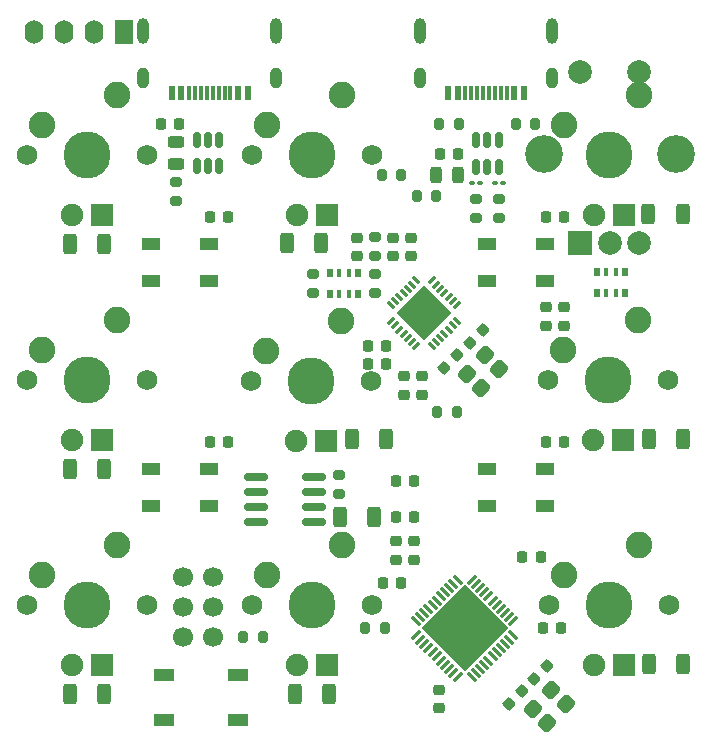
<source format=gbr>
%TF.GenerationSoftware,KiCad,Pcbnew,(5.99.0-10540-g55c1d814f9)*%
%TF.CreationDate,2021-05-28T07:36:21+02:00*%
%TF.ProjectId,1337-v3.0,31333337-2d76-4332-9e30-2e6b69636164,3.0*%
%TF.SameCoordinates,Original*%
%TF.FileFunction,Soldermask,Bot*%
%TF.FilePolarity,Negative*%
%FSLAX46Y46*%
G04 Gerber Fmt 4.6, Leading zero omitted, Abs format (unit mm)*
G04 Created by KiCad (PCBNEW (5.99.0-10540-g55c1d814f9)) date 2021-05-28 07:36:21*
%MOMM*%
%LPD*%
G01*
G04 APERTURE LIST*
G04 Aperture macros list*
%AMRoundRect*
0 Rectangle with rounded corners*
0 $1 Rounding radius*
0 $2 $3 $4 $5 $6 $7 $8 $9 X,Y pos of 4 corners*
0 Add a 4 corners polygon primitive as box body*
4,1,4,$2,$3,$4,$5,$6,$7,$8,$9,$2,$3,0*
0 Add four circle primitives for the rounded corners*
1,1,$1+$1,$2,$3*
1,1,$1+$1,$4,$5*
1,1,$1+$1,$6,$7*
1,1,$1+$1,$8,$9*
0 Add four rect primitives between the rounded corners*
20,1,$1+$1,$2,$3,$4,$5,0*
20,1,$1+$1,$4,$5,$6,$7,0*
20,1,$1+$1,$6,$7,$8,$9,0*
20,1,$1+$1,$8,$9,$2,$3,0*%
%AMRotRect*
0 Rectangle, with rotation*
0 The origin of the aperture is its center*
0 $1 length*
0 $2 width*
0 $3 Rotation angle, in degrees counterclockwise*
0 Add horizontal line*
21,1,$1,$2,0,0,$3*%
G04 Aperture macros list end*
%ADD10C,1.750000*%
%ADD11C,3.987800*%
%ADD12C,2.250000*%
%ADD13C,1.905000*%
%ADD14R,1.905000X1.905000*%
%ADD15R,2.000000X2.000000*%
%ADD16C,2.000000*%
%ADD17C,3.200000*%
%ADD18RoundRect,0.225000X0.225000X0.250000X-0.225000X0.250000X-0.225000X-0.250000X0.225000X-0.250000X0*%
%ADD19RoundRect,0.225000X0.250000X-0.225000X0.250000X0.225000X-0.250000X0.225000X-0.250000X-0.225000X0*%
%ADD20RoundRect,0.200000X-0.200000X-0.275000X0.200000X-0.275000X0.200000X0.275000X-0.200000X0.275000X0*%
%ADD21R,0.500000X0.800000*%
%ADD22R,0.400000X0.800000*%
%ADD23RoundRect,0.200000X0.200000X0.275000X-0.200000X0.275000X-0.200000X-0.275000X0.200000X-0.275000X0*%
%ADD24RoundRect,0.225000X-0.225000X-0.250000X0.225000X-0.250000X0.225000X0.250000X-0.225000X0.250000X0*%
%ADD25RoundRect,0.250000X-0.312500X-0.625000X0.312500X-0.625000X0.312500X0.625000X-0.312500X0.625000X0*%
%ADD26RoundRect,0.250000X0.312500X0.625000X-0.312500X0.625000X-0.312500X-0.625000X0.312500X-0.625000X0*%
%ADD27R,1.500000X1.000000*%
%ADD28RoundRect,0.200000X-0.275000X0.200000X-0.275000X-0.200000X0.275000X-0.200000X0.275000X0.200000X0*%
%ADD29RoundRect,0.225000X-0.250000X0.225000X-0.250000X-0.225000X0.250000X-0.225000X0.250000X0.225000X0*%
%ADD30RoundRect,0.150000X0.825000X0.150000X-0.825000X0.150000X-0.825000X-0.150000X0.825000X-0.150000X0*%
%ADD31RoundRect,0.225000X-0.017678X0.335876X-0.335876X0.017678X0.017678X-0.335876X0.335876X-0.017678X0*%
%ADD32RoundRect,0.243750X-0.456250X0.243750X-0.456250X-0.243750X0.456250X-0.243750X0.456250X0.243750X0*%
%ADD33RoundRect,0.150000X-0.150000X0.512500X-0.150000X-0.512500X0.150000X-0.512500X0.150000X0.512500X0*%
%ADD34RoundRect,0.170000X0.330000X-0.255000X0.330000X0.255000X-0.330000X0.255000X-0.330000X-0.255000X0*%
%ADD35R,0.600000X1.150000*%
%ADD36R,0.300000X1.150000*%
%ADD37O,1.000000X1.800000*%
%ADD38O,1.000000X2.200000*%
%ADD39RoundRect,0.300000X0.070711X0.494975X-0.494975X-0.070711X-0.070711X-0.494975X0.494975X0.070711X0*%
%ADD40RoundRect,0.062500X0.291682X0.380070X-0.380070X-0.291682X-0.291682X-0.380070X0.380070X0.291682X0*%
%ADD41RoundRect,0.062500X-0.291682X0.380070X-0.380070X0.291682X0.291682X-0.380070X0.380070X-0.291682X0*%
%ADD42RotRect,5.200000X5.200000X225.000000*%
%ADD43RoundRect,0.170000X0.255000X0.330000X-0.255000X0.330000X-0.255000X-0.330000X0.255000X-0.330000X0*%
%ADD44RoundRect,0.100000X0.130000X0.100000X-0.130000X0.100000X-0.130000X-0.100000X0.130000X-0.100000X0*%
%ADD45R,1.600000X2.000000*%
%ADD46O,1.600000X2.000000*%
%ADD47R,1.700000X1.000000*%
%ADD48C,1.700000*%
%ADD49RoundRect,0.170000X-0.330000X0.255000X-0.330000X-0.255000X0.330000X-0.255000X0.330000X0.255000X0*%
%ADD50RoundRect,0.200000X0.275000X-0.200000X0.275000X0.200000X-0.275000X0.200000X-0.275000X-0.200000X0*%
%ADD51RoundRect,0.243750X0.243750X0.456250X-0.243750X0.456250X-0.243750X-0.456250X0.243750X-0.456250X0*%
%ADD52RoundRect,0.225000X0.017678X-0.335876X0.335876X-0.017678X-0.017678X0.335876X-0.335876X0.017678X0*%
%ADD53RoundRect,0.062500X0.194454X0.282843X-0.282843X-0.194454X-0.194454X-0.282843X0.282843X0.194454X0*%
%ADD54RoundRect,0.062500X-0.194454X0.282843X-0.282843X0.194454X0.194454X-0.282843X0.282843X-0.194454X0*%
%ADD55RoundRect,0.250000X0.000000X2.015254X-2.015254X0.000000X0.000000X-2.015254X2.015254X0.000000X0*%
G04 APERTURE END LIST*
D10*
%TO.C,MX3*%
X168920000Y-81570000D03*
X179080000Y-81570000D03*
D11*
X174000000Y-81570000D03*
D12*
X170190000Y-79030000D03*
X176540000Y-76490000D03*
D13*
X172730000Y-86650000D03*
D14*
X175270000Y-86650000D03*
%TD*%
D10*
%TO.C,MX5*%
X143650000Y-100680000D03*
D11*
X148730000Y-100680000D03*
D10*
X153810000Y-100680000D03*
D12*
X144920000Y-98140000D03*
X151270000Y-95600000D03*
D13*
X147460000Y-105760000D03*
D14*
X150000000Y-105760000D03*
%TD*%
D11*
%TO.C,MX2*%
X148850000Y-81580000D03*
D10*
X153930000Y-81580000D03*
X143770000Y-81580000D03*
D12*
X145040000Y-79040000D03*
X151390000Y-76500000D03*
D13*
X147580000Y-86660000D03*
D14*
X150120000Y-86660000D03*
%TD*%
D10*
%TO.C,MX6*%
X178960000Y-100670000D03*
D11*
X173880000Y-100670000D03*
D10*
X168800000Y-100670000D03*
D12*
X170070000Y-98130000D03*
X176420000Y-95590000D03*
D13*
X172610000Y-105750000D03*
D14*
X175150000Y-105750000D03*
%TD*%
D11*
%TO.C,MX4*%
X129800000Y-100630000D03*
D10*
X124720000Y-100630000D03*
X134880000Y-100630000D03*
D12*
X125990000Y-98090000D03*
X132340000Y-95550000D03*
D13*
X128530000Y-105710000D03*
D14*
X131070000Y-105710000D03*
%TD*%
D10*
%TO.C,MX1*%
X134880000Y-81580000D03*
X124720000Y-81580000D03*
D11*
X129800000Y-81580000D03*
D12*
X125990000Y-79040000D03*
X132340000Y-76500000D03*
D13*
X128530000Y-86660000D03*
D14*
X131070000Y-86660000D03*
%TD*%
D10*
%TO.C,MX7*%
X124720000Y-119680000D03*
X134880000Y-119680000D03*
D11*
X129800000Y-119680000D03*
D12*
X125990000Y-117140000D03*
X132340000Y-114600000D03*
D13*
X128530000Y-124760000D03*
D14*
X131070000Y-124760000D03*
%TD*%
D10*
%TO.C,MX8*%
X153930000Y-119680000D03*
X143770000Y-119680000D03*
D11*
X148850000Y-119680000D03*
D12*
X145040000Y-117140000D03*
X151390000Y-114600000D03*
D13*
X147580000Y-124760000D03*
D14*
X150120000Y-124760000D03*
%TD*%
D11*
%TO.C,MX9*%
X174000000Y-119670000D03*
D10*
X168920000Y-119670000D03*
X179080000Y-119670000D03*
D12*
X170190000Y-117130000D03*
X176540000Y-114590000D03*
D13*
X172730000Y-124750000D03*
D14*
X175270000Y-124750000D03*
%TD*%
D15*
%TO.C,SW2*%
X171528000Y-89026000D03*
D16*
X176528000Y-89026000D03*
X174028000Y-89026000D03*
D17*
X179628000Y-81526000D03*
X168428000Y-81526000D03*
D16*
X176528000Y-74526000D03*
X171528000Y-74526000D03*
%TD*%
D18*
%TO.C,C22*%
X170193000Y-86868000D03*
X168643000Y-86868000D03*
%TD*%
D19*
%TO.C,C27*%
X155930000Y-115835000D03*
X155930000Y-114285000D03*
%TD*%
%TO.C,C15*%
X155696000Y-90135000D03*
X155696000Y-88585000D03*
%TD*%
D20*
%TO.C,R7*%
X143002000Y-122428000D03*
X144652000Y-122428000D03*
%TD*%
D21*
%TO.C,RN2*%
X172960000Y-91460000D03*
D22*
X173760000Y-91460000D03*
X174560000Y-91460000D03*
D21*
X175360000Y-91460000D03*
X175360000Y-93260000D03*
D22*
X174560000Y-93260000D03*
X173760000Y-93260000D03*
D21*
X172960000Y-93260000D03*
%TD*%
D23*
%TO.C,R3*%
X167747000Y-78924000D03*
X166097000Y-78924000D03*
%TD*%
D24*
%TO.C,C20*%
X166645000Y-115630000D03*
X168195000Y-115630000D03*
%TD*%
D25*
%TO.C,R20*%
X177353500Y-105664000D03*
X180278500Y-105664000D03*
%TD*%
D26*
%TO.C,R18*%
X131256500Y-108204000D03*
X128331500Y-108204000D03*
%TD*%
D27*
%TO.C,D1*%
X140118000Y-108128000D03*
X140118000Y-111328000D03*
X135218000Y-111328000D03*
X135218000Y-108128000D03*
%TD*%
D19*
%TO.C,C14*%
X152648000Y-90135000D03*
X152648000Y-88585000D03*
%TD*%
D28*
%TO.C,R9*%
X148890000Y-91625000D03*
X148890000Y-93275000D03*
%TD*%
D29*
%TO.C,C2*%
X158130000Y-100315000D03*
X158130000Y-101865000D03*
%TD*%
D19*
%TO.C,C1*%
X157220000Y-90135000D03*
X157220000Y-88585000D03*
%TD*%
D30*
%TO.C,Q1*%
X149033000Y-108839000D03*
X149033000Y-110109000D03*
X149033000Y-111379000D03*
X149033000Y-112649000D03*
X144083000Y-112649000D03*
X144083000Y-111379000D03*
X144083000Y-110109000D03*
X144083000Y-108839000D03*
%TD*%
D31*
%TO.C,C16*%
X163268008Y-96371992D03*
X162171992Y-97468008D03*
%TD*%
D20*
%TO.C,R14*%
X153353000Y-121666000D03*
X155003000Y-121666000D03*
%TD*%
D32*
%TO.C,F2*%
X137312000Y-80504000D03*
X137312000Y-82379000D03*
%TD*%
D26*
%TO.C,R16*%
X149592500Y-89070000D03*
X146667500Y-89070000D03*
%TD*%
D18*
%TO.C,C9*%
X157493000Y-112268000D03*
X155943000Y-112268000D03*
%TD*%
%TO.C,C24*%
X141745000Y-86868000D03*
X140195000Y-86868000D03*
%TD*%
D33*
%TO.C,U2*%
X162732000Y-80344000D03*
X163682000Y-80344000D03*
X164632000Y-80344000D03*
X164632000Y-82619000D03*
X163682000Y-82619000D03*
X162732000Y-82619000D03*
%TD*%
D34*
%TO.C,FB2*%
X154172000Y-90160000D03*
X154172000Y-88560000D03*
%TD*%
D35*
%TO.C,J1*%
X160362000Y-76361500D03*
X161162000Y-76361500D03*
D36*
X162312000Y-76361500D03*
X163312000Y-76361500D03*
X163812000Y-76361500D03*
X164812000Y-76361500D03*
D35*
X165962000Y-76361500D03*
X166762000Y-76361500D03*
X166762000Y-76361500D03*
X165962000Y-76361500D03*
D36*
X165312000Y-76361500D03*
X164312000Y-76361500D03*
X162812000Y-76361500D03*
X161812000Y-76361500D03*
D35*
X161162000Y-76361500D03*
X160362000Y-76361500D03*
D37*
X157942000Y-75061500D03*
D38*
X157942000Y-71061500D03*
X169182000Y-71061500D03*
D37*
X169182000Y-75061500D03*
%TD*%
D26*
%TO.C,R21*%
X131256500Y-127254000D03*
X128331500Y-127254000D03*
%TD*%
D18*
%TO.C,C21*%
X137597000Y-78984000D03*
X136047000Y-78984000D03*
%TD*%
D26*
%TO.C,R22*%
X150306500Y-127254000D03*
X147381500Y-127254000D03*
%TD*%
D39*
%TO.C,Y1*%
X164698858Y-99733223D03*
X163143223Y-101288858D03*
X161941142Y-100086777D03*
X163496777Y-98531142D03*
%TD*%
D27*
%TO.C,D4*%
X168566000Y-108128000D03*
X168566000Y-111328000D03*
X163666000Y-111328000D03*
X163666000Y-108128000D03*
%TD*%
D29*
%TO.C,C7*%
X159580000Y-126855000D03*
X159580000Y-128405000D03*
%TD*%
D19*
%TO.C,C26*%
X157480000Y-115837000D03*
X157480000Y-114287000D03*
%TD*%
D35*
%TO.C,J3*%
X136972000Y-76354000D03*
X137772000Y-76354000D03*
D36*
X138922000Y-76354000D03*
X139922000Y-76354000D03*
X140422000Y-76354000D03*
X141422000Y-76354000D03*
D35*
X142572000Y-76354000D03*
X143372000Y-76354000D03*
X143372000Y-76354000D03*
X142572000Y-76354000D03*
D36*
X141922000Y-76354000D03*
X140922000Y-76354000D03*
X139422000Y-76354000D03*
X138422000Y-76354000D03*
D35*
X137772000Y-76354000D03*
X136972000Y-76354000D03*
D37*
X145792000Y-75054000D03*
D38*
X134552000Y-71054000D03*
D37*
X134552000Y-75054000D03*
D38*
X145792000Y-71054000D03*
%TD*%
D40*
%TO.C,U3*%
X162342802Y-117538264D03*
X162696355Y-117891818D03*
X163049909Y-118245371D03*
X163403462Y-118598924D03*
X163757015Y-118952478D03*
X164110569Y-119306031D03*
X164464122Y-119659585D03*
X164817676Y-120013138D03*
X165171229Y-120366691D03*
X165524782Y-120720245D03*
X165878336Y-121073798D03*
D41*
X165878336Y-122258202D03*
X165524782Y-122611755D03*
X165171229Y-122965309D03*
X164817676Y-123318862D03*
X164464122Y-123672415D03*
X164110569Y-124025969D03*
X163757015Y-124379522D03*
X163403462Y-124733076D03*
X163049909Y-125086629D03*
X162696355Y-125440182D03*
X162342802Y-125793736D03*
D40*
X161158398Y-125793736D03*
X160804845Y-125440182D03*
X160451291Y-125086629D03*
X160097738Y-124733076D03*
X159744185Y-124379522D03*
X159390631Y-124025969D03*
X159037078Y-123672415D03*
X158683524Y-123318862D03*
X158329971Y-122965309D03*
X157976418Y-122611755D03*
X157622864Y-122258202D03*
D41*
X157622864Y-121073798D03*
X157976418Y-120720245D03*
X158329971Y-120366691D03*
X158683524Y-120013138D03*
X159037078Y-119659585D03*
X159390631Y-119306031D03*
X159744185Y-118952478D03*
X160097738Y-118598924D03*
X160451291Y-118245371D03*
X160804845Y-117891818D03*
X161158398Y-117538264D03*
D42*
X161750600Y-121666000D03*
%TD*%
D18*
%TO.C,C13*%
X155075000Y-99294000D03*
X153525000Y-99294000D03*
%TD*%
%TO.C,C23*%
X141745000Y-105918000D03*
X140195000Y-105918000D03*
%TD*%
D43*
%TO.C,FB1*%
X159310000Y-85060000D03*
X157710000Y-85060000D03*
%TD*%
D29*
%TO.C,C4*%
X168656000Y-94475000D03*
X168656000Y-96025000D03*
%TD*%
D27*
%TO.C,D2*%
X140118000Y-89078000D03*
X140118000Y-92278000D03*
X135218000Y-92278000D03*
X135218000Y-89078000D03*
%TD*%
D33*
%TO.C,U4*%
X139092000Y-80276500D03*
X140042000Y-80276500D03*
X140992000Y-80276500D03*
X140992000Y-82551500D03*
X140042000Y-82551500D03*
X139092000Y-82551500D03*
%TD*%
D29*
%TO.C,C3*%
X170180000Y-94475000D03*
X170180000Y-96025000D03*
%TD*%
D44*
%TO.C,JP1*%
X163010000Y-83970000D03*
X162370000Y-83970000D03*
%TD*%
D25*
%TO.C,R17*%
X177292000Y-86614000D03*
X180217000Y-86614000D03*
%TD*%
D23*
%TO.C,R13*%
X161099000Y-103378000D03*
X159449000Y-103378000D03*
%TD*%
D45*
%TO.C,U5*%
X132906000Y-71188000D03*
D46*
X130366000Y-71188000D03*
X127826000Y-71188000D03*
X125286000Y-71188000D03*
%TD*%
D28*
%TO.C,R11*%
X154190000Y-91615000D03*
X154190000Y-93265000D03*
%TD*%
D47*
%TO.C,SW1*%
X142596000Y-129408000D03*
X136296000Y-129408000D03*
X136296000Y-125608000D03*
X142596000Y-125608000D03*
%TD*%
D48*
%TO.C,J2*%
X140462000Y-117348000D03*
X137922000Y-117348000D03*
X140462000Y-119888000D03*
X137922000Y-119888000D03*
X140462000Y-122428000D03*
X137922000Y-122428000D03*
%TD*%
D25*
%TO.C,R23*%
X177353500Y-124714000D03*
X180278500Y-124714000D03*
%TD*%
D29*
%TO.C,C5*%
X156606000Y-100315000D03*
X156606000Y-101865000D03*
%TD*%
D49*
%TO.C,FB3*%
X137302000Y-83874000D03*
X137302000Y-85474000D03*
%TD*%
D50*
%TO.C,R6*%
X162680000Y-86935000D03*
X162680000Y-85285000D03*
%TD*%
D18*
%TO.C,C6*%
X161197000Y-81524000D03*
X159647000Y-81524000D03*
%TD*%
D51*
%TO.C,F1*%
X161159500Y-83274000D03*
X159284500Y-83274000D03*
%TD*%
D18*
%TO.C,C25*%
X170193000Y-105918000D03*
X168643000Y-105918000D03*
%TD*%
D27*
%TO.C,D3*%
X168566000Y-89078000D03*
X168566000Y-92278000D03*
X163666000Y-92278000D03*
X163666000Y-89078000D03*
%TD*%
D21*
%TO.C,RN1*%
X150340000Y-91560000D03*
D22*
X151140000Y-91560000D03*
X151940000Y-91560000D03*
D21*
X152740000Y-91560000D03*
X152740000Y-93360000D03*
D22*
X151940000Y-93360000D03*
X151140000Y-93360000D03*
D21*
X150340000Y-93360000D03*
%TD*%
D23*
%TO.C,R12*%
X156385000Y-83280000D03*
X154735000Y-83280000D03*
%TD*%
D52*
%TO.C,C19*%
X165471992Y-128098008D03*
X166568008Y-127001992D03*
%TD*%
D31*
%TO.C,C18*%
X168728008Y-124851992D03*
X167631992Y-125948008D03*
%TD*%
D26*
%TO.C,R29*%
X154116500Y-112268000D03*
X151191500Y-112268000D03*
%TD*%
D25*
%TO.C,R19*%
X152207500Y-105664000D03*
X155132500Y-105664000D03*
%TD*%
D50*
%TO.C,R5*%
X164690000Y-86935000D03*
X164690000Y-85285000D03*
%TD*%
D18*
%TO.C,C12*%
X155075000Y-97770000D03*
X153525000Y-97770000D03*
%TD*%
D26*
%TO.C,R15*%
X131256500Y-89154000D03*
X128331500Y-89154000D03*
%TD*%
D23*
%TO.C,R2*%
X161257000Y-78944000D03*
X159607000Y-78944000D03*
%TD*%
D50*
%TO.C,R28*%
X151130000Y-110299000D03*
X151130000Y-108649000D03*
%TD*%
D39*
%TO.C,Y2*%
X170288858Y-128093223D03*
X168733223Y-129648858D03*
X167531142Y-128446777D03*
X169086777Y-126891142D03*
%TD*%
D18*
%TO.C,C10*%
X157493000Y-109220000D03*
X155943000Y-109220000D03*
%TD*%
D44*
%TO.C,JP2*%
X165000000Y-83950000D03*
X164360000Y-83950000D03*
%TD*%
D53*
%TO.C,U1*%
X158981751Y-92196928D03*
X159335305Y-92550482D03*
X159688858Y-92904035D03*
X160042412Y-93257588D03*
X160395965Y-93611142D03*
X160749518Y-93964695D03*
X161103072Y-94318249D03*
D54*
X161103072Y-95661751D03*
X160749518Y-96015305D03*
X160395965Y-96368858D03*
X160042412Y-96722412D03*
X159688858Y-97075965D03*
X159335305Y-97429518D03*
X158981751Y-97783072D03*
D53*
X157638249Y-97783072D03*
X157284695Y-97429518D03*
X156931142Y-97075965D03*
X156577588Y-96722412D03*
X156224035Y-96368858D03*
X155870482Y-96015305D03*
X155516928Y-95661751D03*
D54*
X155516928Y-94318249D03*
X155870482Y-93964695D03*
X156224035Y-93611142D03*
X156577588Y-93257588D03*
X156931142Y-92904035D03*
X157284695Y-92550482D03*
X157638249Y-92196928D03*
D55*
X158310000Y-94990000D03*
%TD*%
D52*
%TO.C,C17*%
X160021992Y-99628008D03*
X161118008Y-98531992D03*
%TD*%
D18*
%TO.C,C11*%
X156365000Y-117820000D03*
X154815000Y-117820000D03*
%TD*%
D24*
%TO.C,C8*%
X168389000Y-121666000D03*
X169939000Y-121666000D03*
%TD*%
M02*

</source>
